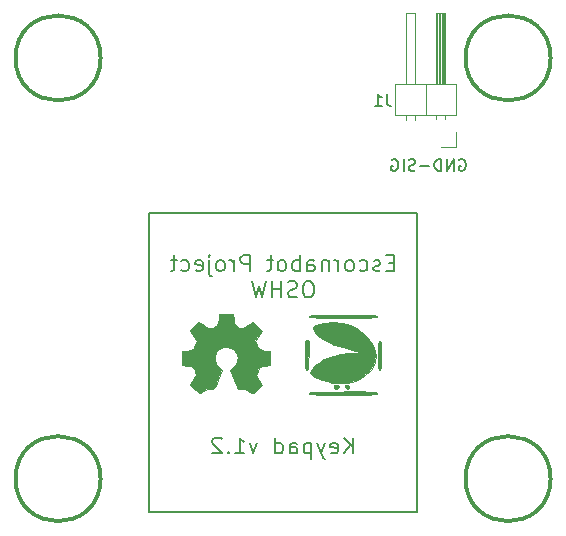
<source format=gbr>
G04 #@! TF.GenerationSoftware,KiCad,Pcbnew,(5.0.0-3-g5ebb6b6)*
G04 #@! TF.CreationDate,2018-08-14T19:07:29+02:00*
G04 #@! TF.ProjectId,TecladoEB,5465636C61646F45422E6B696361645F,rev?*
G04 #@! TF.SameCoordinates,Original*
G04 #@! TF.FileFunction,Legend,Bot*
G04 #@! TF.FilePolarity,Positive*
%FSLAX46Y46*%
G04 Gerber Fmt 4.6, Leading zero omitted, Abs format (unit mm)*
G04 Created by KiCad (PCBNEW (5.0.0-3-g5ebb6b6)) date Tuesday, 14 August 2018 at 19:07:29*
%MOMM*%
%LPD*%
G01*
G04 APERTURE LIST*
%ADD10C,0.200000*%
%ADD11C,0.350000*%
%ADD12C,0.120000*%
%ADD13C,0.010000*%
%ADD14C,0.150000*%
G04 APERTURE END LIST*
D10*
X112800000Y-144000000D02*
X112800000Y-118700000D01*
X135509427Y-144014000D02*
X112801600Y-144014000D01*
X135500000Y-118700000D02*
X135509200Y-144014000D01*
X112800000Y-118700000D02*
X135500000Y-118700000D01*
X130044285Y-139087514D02*
X130044285Y-137737514D01*
X129272857Y-139087514D02*
X129851428Y-138316085D01*
X129272857Y-137737514D02*
X130044285Y-138508942D01*
X128180000Y-139023228D02*
X128308571Y-139087514D01*
X128565714Y-139087514D01*
X128694285Y-139023228D01*
X128758571Y-138894657D01*
X128758571Y-138380371D01*
X128694285Y-138251800D01*
X128565714Y-138187514D01*
X128308571Y-138187514D01*
X128180000Y-138251800D01*
X128115714Y-138380371D01*
X128115714Y-138508942D01*
X128758571Y-138637514D01*
X127665714Y-138187514D02*
X127344285Y-139087514D01*
X127022857Y-138187514D02*
X127344285Y-139087514D01*
X127472857Y-139408942D01*
X127537142Y-139473228D01*
X127665714Y-139537514D01*
X126508571Y-138187514D02*
X126508571Y-139537514D01*
X126508571Y-138251800D02*
X126380000Y-138187514D01*
X126122857Y-138187514D01*
X125994285Y-138251800D01*
X125930000Y-138316085D01*
X125865714Y-138444657D01*
X125865714Y-138830371D01*
X125930000Y-138958942D01*
X125994285Y-139023228D01*
X126122857Y-139087514D01*
X126380000Y-139087514D01*
X126508571Y-139023228D01*
X124708571Y-139087514D02*
X124708571Y-138380371D01*
X124772857Y-138251800D01*
X124901428Y-138187514D01*
X125158571Y-138187514D01*
X125287142Y-138251800D01*
X124708571Y-139023228D02*
X124837142Y-139087514D01*
X125158571Y-139087514D01*
X125287142Y-139023228D01*
X125351428Y-138894657D01*
X125351428Y-138766085D01*
X125287142Y-138637514D01*
X125158571Y-138573228D01*
X124837142Y-138573228D01*
X124708571Y-138508942D01*
X123487142Y-139087514D02*
X123487142Y-137737514D01*
X123487142Y-139023228D02*
X123615714Y-139087514D01*
X123872857Y-139087514D01*
X124001428Y-139023228D01*
X124065714Y-138958942D01*
X124130000Y-138830371D01*
X124130000Y-138444657D01*
X124065714Y-138316085D01*
X124001428Y-138251800D01*
X123872857Y-138187514D01*
X123615714Y-138187514D01*
X123487142Y-138251800D01*
X121944285Y-138187514D02*
X121622857Y-139087514D01*
X121301428Y-138187514D01*
X120080000Y-139087514D02*
X120851428Y-139087514D01*
X120465714Y-139087514D02*
X120465714Y-137737514D01*
X120594285Y-137930371D01*
X120722857Y-138058942D01*
X120851428Y-138123228D01*
X119501428Y-138958942D02*
X119437142Y-139023228D01*
X119501428Y-139087514D01*
X119565714Y-139023228D01*
X119501428Y-138958942D01*
X119501428Y-139087514D01*
X118922857Y-137866085D02*
X118858571Y-137801800D01*
X118730000Y-137737514D01*
X118408571Y-137737514D01*
X118280000Y-137801800D01*
X118215714Y-137866085D01*
X118151428Y-137994657D01*
X118151428Y-138123228D01*
X118215714Y-138316085D01*
X118987142Y-139087514D01*
X118151428Y-139087514D01*
X133508971Y-122942271D02*
X133058971Y-122942271D01*
X132866114Y-123649414D02*
X133508971Y-123649414D01*
X133508971Y-122299414D01*
X132866114Y-122299414D01*
X132351828Y-123585128D02*
X132223257Y-123649414D01*
X131966114Y-123649414D01*
X131837542Y-123585128D01*
X131773257Y-123456557D01*
X131773257Y-123392271D01*
X131837542Y-123263700D01*
X131966114Y-123199414D01*
X132158971Y-123199414D01*
X132287542Y-123135128D01*
X132351828Y-123006557D01*
X132351828Y-122942271D01*
X132287542Y-122813700D01*
X132158971Y-122749414D01*
X131966114Y-122749414D01*
X131837542Y-122813700D01*
X130616114Y-123585128D02*
X130744685Y-123649414D01*
X131001828Y-123649414D01*
X131130400Y-123585128D01*
X131194685Y-123520842D01*
X131258971Y-123392271D01*
X131258971Y-123006557D01*
X131194685Y-122877985D01*
X131130400Y-122813700D01*
X131001828Y-122749414D01*
X130744685Y-122749414D01*
X130616114Y-122813700D01*
X129844685Y-123649414D02*
X129973257Y-123585128D01*
X130037542Y-123520842D01*
X130101828Y-123392271D01*
X130101828Y-123006557D01*
X130037542Y-122877985D01*
X129973257Y-122813700D01*
X129844685Y-122749414D01*
X129651828Y-122749414D01*
X129523257Y-122813700D01*
X129458971Y-122877985D01*
X129394685Y-123006557D01*
X129394685Y-123392271D01*
X129458971Y-123520842D01*
X129523257Y-123585128D01*
X129651828Y-123649414D01*
X129844685Y-123649414D01*
X128816114Y-123649414D02*
X128816114Y-122749414D01*
X128816114Y-123006557D02*
X128751828Y-122877985D01*
X128687542Y-122813700D01*
X128558971Y-122749414D01*
X128430400Y-122749414D01*
X127980400Y-122749414D02*
X127980400Y-123649414D01*
X127980400Y-122877985D02*
X127916114Y-122813700D01*
X127787542Y-122749414D01*
X127594685Y-122749414D01*
X127466114Y-122813700D01*
X127401828Y-122942271D01*
X127401828Y-123649414D01*
X126180400Y-123649414D02*
X126180400Y-122942271D01*
X126244685Y-122813700D01*
X126373257Y-122749414D01*
X126630400Y-122749414D01*
X126758971Y-122813700D01*
X126180400Y-123585128D02*
X126308971Y-123649414D01*
X126630400Y-123649414D01*
X126758971Y-123585128D01*
X126823257Y-123456557D01*
X126823257Y-123327985D01*
X126758971Y-123199414D01*
X126630400Y-123135128D01*
X126308971Y-123135128D01*
X126180400Y-123070842D01*
X125537542Y-123649414D02*
X125537542Y-122299414D01*
X125537542Y-122813700D02*
X125408971Y-122749414D01*
X125151828Y-122749414D01*
X125023257Y-122813700D01*
X124958971Y-122877985D01*
X124894685Y-123006557D01*
X124894685Y-123392271D01*
X124958971Y-123520842D01*
X125023257Y-123585128D01*
X125151828Y-123649414D01*
X125408971Y-123649414D01*
X125537542Y-123585128D01*
X124123257Y-123649414D02*
X124251828Y-123585128D01*
X124316114Y-123520842D01*
X124380400Y-123392271D01*
X124380400Y-123006557D01*
X124316114Y-122877985D01*
X124251828Y-122813700D01*
X124123257Y-122749414D01*
X123930400Y-122749414D01*
X123801828Y-122813700D01*
X123737542Y-122877985D01*
X123673257Y-123006557D01*
X123673257Y-123392271D01*
X123737542Y-123520842D01*
X123801828Y-123585128D01*
X123930400Y-123649414D01*
X124123257Y-123649414D01*
X123287542Y-122749414D02*
X122773257Y-122749414D01*
X123094685Y-122299414D02*
X123094685Y-123456557D01*
X123030400Y-123585128D01*
X122901828Y-123649414D01*
X122773257Y-123649414D01*
X121294685Y-123649414D02*
X121294685Y-122299414D01*
X120780400Y-122299414D01*
X120651828Y-122363700D01*
X120587542Y-122427985D01*
X120523257Y-122556557D01*
X120523257Y-122749414D01*
X120587542Y-122877985D01*
X120651828Y-122942271D01*
X120780400Y-123006557D01*
X121294685Y-123006557D01*
X119944685Y-123649414D02*
X119944685Y-122749414D01*
X119944685Y-123006557D02*
X119880400Y-122877985D01*
X119816114Y-122813700D01*
X119687542Y-122749414D01*
X119558971Y-122749414D01*
X118916114Y-123649414D02*
X119044685Y-123585128D01*
X119108971Y-123520842D01*
X119173257Y-123392271D01*
X119173257Y-123006557D01*
X119108971Y-122877985D01*
X119044685Y-122813700D01*
X118916114Y-122749414D01*
X118723257Y-122749414D01*
X118594685Y-122813700D01*
X118530400Y-122877985D01*
X118466114Y-123006557D01*
X118466114Y-123392271D01*
X118530400Y-123520842D01*
X118594685Y-123585128D01*
X118723257Y-123649414D01*
X118916114Y-123649414D01*
X117887542Y-122749414D02*
X117887542Y-123906557D01*
X117951828Y-124035128D01*
X118080400Y-124099414D01*
X118144685Y-124099414D01*
X117887542Y-122299414D02*
X117951828Y-122363700D01*
X117887542Y-122427985D01*
X117823257Y-122363700D01*
X117887542Y-122299414D01*
X117887542Y-122427985D01*
X116730400Y-123585128D02*
X116858971Y-123649414D01*
X117116114Y-123649414D01*
X117244685Y-123585128D01*
X117308971Y-123456557D01*
X117308971Y-122942271D01*
X117244685Y-122813700D01*
X117116114Y-122749414D01*
X116858971Y-122749414D01*
X116730400Y-122813700D01*
X116666114Y-122942271D01*
X116666114Y-123070842D01*
X117308971Y-123199414D01*
X115508971Y-123585128D02*
X115637542Y-123649414D01*
X115894685Y-123649414D01*
X116023257Y-123585128D01*
X116087542Y-123520842D01*
X116151828Y-123392271D01*
X116151828Y-123006557D01*
X116087542Y-122877985D01*
X116023257Y-122813700D01*
X115894685Y-122749414D01*
X115637542Y-122749414D01*
X115508971Y-122813700D01*
X115123257Y-122749414D02*
X114608971Y-122749414D01*
X114930400Y-122299414D02*
X114930400Y-123456557D01*
X114866114Y-123585128D01*
X114737542Y-123649414D01*
X114608971Y-123649414D01*
X126405400Y-124524414D02*
X126148257Y-124524414D01*
X126019685Y-124588700D01*
X125891114Y-124717271D01*
X125826828Y-124974414D01*
X125826828Y-125424414D01*
X125891114Y-125681557D01*
X126019685Y-125810128D01*
X126148257Y-125874414D01*
X126405400Y-125874414D01*
X126533971Y-125810128D01*
X126662542Y-125681557D01*
X126726828Y-125424414D01*
X126726828Y-124974414D01*
X126662542Y-124717271D01*
X126533971Y-124588700D01*
X126405400Y-124524414D01*
X125312542Y-125810128D02*
X125119685Y-125874414D01*
X124798257Y-125874414D01*
X124669685Y-125810128D01*
X124605400Y-125745842D01*
X124541114Y-125617271D01*
X124541114Y-125488700D01*
X124605400Y-125360128D01*
X124669685Y-125295842D01*
X124798257Y-125231557D01*
X125055400Y-125167271D01*
X125183971Y-125102985D01*
X125248257Y-125038700D01*
X125312542Y-124910128D01*
X125312542Y-124781557D01*
X125248257Y-124652985D01*
X125183971Y-124588700D01*
X125055400Y-124524414D01*
X124733971Y-124524414D01*
X124541114Y-124588700D01*
X123962542Y-125874414D02*
X123962542Y-124524414D01*
X123962542Y-125167271D02*
X123191114Y-125167271D01*
X123191114Y-125874414D02*
X123191114Y-124524414D01*
X122676828Y-124524414D02*
X122355400Y-125874414D01*
X122098257Y-124910128D01*
X121841114Y-125874414D01*
X121519685Y-124524414D01*
D11*
G04 #@! TO.C,REF\002A\002A*
X108680000Y-105600000D02*
G75*
G03X108680000Y-105600000I-3600000J0D01*
G01*
X146780000Y-105600000D02*
G75*
G03X146780000Y-105600000I-3600000J0D01*
G01*
X146780000Y-141220000D02*
G75*
G03X146780000Y-141220000I-3600000J0D01*
G01*
X108680000Y-141220000D02*
G75*
G03X108680000Y-141220000I-3600000J0D01*
G01*
D12*
G04 #@! TO.C,J1*
X138795000Y-110468400D02*
X133595000Y-110468400D01*
X133595000Y-110468400D02*
X133595000Y-107808400D01*
X133595000Y-107808400D02*
X138795000Y-107808400D01*
X138795000Y-107808400D02*
X138795000Y-110468400D01*
X137845000Y-107808400D02*
X137845000Y-101808400D01*
X137845000Y-101808400D02*
X137085000Y-101808400D01*
X137085000Y-101808400D02*
X137085000Y-107808400D01*
X137785000Y-107808400D02*
X137785000Y-101808400D01*
X137665000Y-107808400D02*
X137665000Y-101808400D01*
X137545000Y-107808400D02*
X137545000Y-101808400D01*
X137425000Y-107808400D02*
X137425000Y-101808400D01*
X137305000Y-107808400D02*
X137305000Y-101808400D01*
X137185000Y-107808400D02*
X137185000Y-101808400D01*
X137845000Y-110798400D02*
X137845000Y-110468400D01*
X137085000Y-110798400D02*
X137085000Y-110468400D01*
X136195000Y-110468400D02*
X136195000Y-107808400D01*
X135305000Y-107808400D02*
X135305000Y-101808400D01*
X135305000Y-101808400D02*
X134545000Y-101808400D01*
X134545000Y-101808400D02*
X134545000Y-107808400D01*
X135305000Y-110865471D02*
X135305000Y-110468400D01*
X134545000Y-110865471D02*
X134545000Y-110468400D01*
X137465000Y-113178400D02*
X138735000Y-113178400D01*
X138735000Y-113178400D02*
X138735000Y-111908400D01*
D13*
G04 #@! TO.C,G\002A\002A\002A*
G36*
X128427075Y-127343913D02*
X127797422Y-127346722D01*
X127304985Y-127352271D01*
X126933709Y-127361267D01*
X126667538Y-127374418D01*
X126490416Y-127392433D01*
X126386287Y-127416021D01*
X126339094Y-127445889D01*
X126331333Y-127470134D01*
X126348994Y-127504674D01*
X126412680Y-127532453D01*
X126538448Y-127554178D01*
X126742353Y-127570558D01*
X127040450Y-127582301D01*
X127448797Y-127590115D01*
X127983448Y-127594709D01*
X128660460Y-127596791D01*
X129210000Y-127597134D01*
X129992925Y-127596354D01*
X130622578Y-127593545D01*
X131115015Y-127587996D01*
X131486291Y-127579000D01*
X131752462Y-127565849D01*
X131929584Y-127547834D01*
X132033714Y-127524246D01*
X132080906Y-127494378D01*
X132088667Y-127470134D01*
X132071006Y-127435593D01*
X132007320Y-127407814D01*
X131881552Y-127386089D01*
X131677648Y-127369709D01*
X131379550Y-127357966D01*
X130971203Y-127350152D01*
X130436552Y-127345558D01*
X129759540Y-127343476D01*
X129210000Y-127343134D01*
X128427075Y-127343913D01*
X128427075Y-127343913D01*
G37*
X128427075Y-127343913D02*
X127797422Y-127346722D01*
X127304985Y-127352271D01*
X126933709Y-127361267D01*
X126667538Y-127374418D01*
X126490416Y-127392433D01*
X126386287Y-127416021D01*
X126339094Y-127445889D01*
X126331333Y-127470134D01*
X126348994Y-127504674D01*
X126412680Y-127532453D01*
X126538448Y-127554178D01*
X126742353Y-127570558D01*
X127040450Y-127582301D01*
X127448797Y-127590115D01*
X127983448Y-127594709D01*
X128660460Y-127596791D01*
X129210000Y-127597134D01*
X129992925Y-127596354D01*
X130622578Y-127593545D01*
X131115015Y-127587996D01*
X131486291Y-127579000D01*
X131752462Y-127565849D01*
X131929584Y-127547834D01*
X132033714Y-127524246D01*
X132080906Y-127494378D01*
X132088667Y-127470134D01*
X132071006Y-127435593D01*
X132007320Y-127407814D01*
X131881552Y-127386089D01*
X131677648Y-127369709D01*
X131379550Y-127357966D01*
X130971203Y-127350152D01*
X130436552Y-127345558D01*
X129759540Y-127343476D01*
X129210000Y-127343134D01*
X128427075Y-127343913D01*
G36*
X126102543Y-129466470D02*
X126054282Y-129503285D01*
X126022722Y-129595458D01*
X126004324Y-129768198D01*
X125995545Y-130046717D01*
X125992844Y-130456225D01*
X125992667Y-130729800D01*
X125994970Y-131226854D01*
X126003450Y-131578155D01*
X126020460Y-131807239D01*
X126048354Y-131937643D01*
X126089485Y-131992903D01*
X126119667Y-131999800D01*
X126234192Y-131965217D01*
X126249508Y-131936300D01*
X126281020Y-131225114D01*
X126304238Y-130665041D01*
X126318590Y-130238035D01*
X126323506Y-129926053D01*
X126318412Y-129711049D01*
X126302738Y-129574979D01*
X126275911Y-129499798D01*
X126237360Y-129467461D01*
X126186514Y-129459924D01*
X126171046Y-129459800D01*
X126102543Y-129466470D01*
X126102543Y-129466470D01*
G37*
X126102543Y-129466470D02*
X126054282Y-129503285D01*
X126022722Y-129595458D01*
X126004324Y-129768198D01*
X125995545Y-130046717D01*
X125992844Y-130456225D01*
X125992667Y-130729800D01*
X125994970Y-131226854D01*
X126003450Y-131578155D01*
X126020460Y-131807239D01*
X126048354Y-131937643D01*
X126089485Y-131992903D01*
X126119667Y-131999800D01*
X126234192Y-131965217D01*
X126249508Y-131936300D01*
X126281020Y-131225114D01*
X126304238Y-130665041D01*
X126318590Y-130238035D01*
X126323506Y-129926053D01*
X126318412Y-129711049D01*
X126302738Y-129574979D01*
X126275911Y-129499798D01*
X126237360Y-129467461D01*
X126186514Y-129459924D01*
X126171046Y-129459800D01*
X126102543Y-129466470D01*
G36*
X132249889Y-129567836D02*
X132214485Y-129653871D01*
X132191651Y-129826464D01*
X132178914Y-130109504D01*
X132173804Y-130526884D01*
X132173333Y-130772134D01*
X132175751Y-131259765D01*
X132184651Y-131602002D01*
X132202506Y-131822735D01*
X132231786Y-131945855D01*
X132274963Y-131995254D01*
X132300333Y-131999800D01*
X132350778Y-131976431D01*
X132386182Y-131890396D01*
X132409016Y-131717803D01*
X132421753Y-131434763D01*
X132426863Y-131017383D01*
X132427333Y-130772134D01*
X132424916Y-130284502D01*
X132416016Y-129942265D01*
X132398161Y-129721532D01*
X132368881Y-129598412D01*
X132325704Y-129549013D01*
X132300333Y-129544467D01*
X132249889Y-129567836D01*
X132249889Y-129567836D01*
G37*
X132249889Y-129567836D02*
X132214485Y-129653871D01*
X132191651Y-129826464D01*
X132178914Y-130109504D01*
X132173804Y-130526884D01*
X132173333Y-130772134D01*
X132175751Y-131259765D01*
X132184651Y-131602002D01*
X132202506Y-131822735D01*
X132231786Y-131945855D01*
X132274963Y-131995254D01*
X132300333Y-131999800D01*
X132350778Y-131976431D01*
X132386182Y-131890396D01*
X132409016Y-131717803D01*
X132421753Y-131434763D01*
X132426863Y-131017383D01*
X132427333Y-130772134D01*
X132424916Y-130284502D01*
X132416016Y-129942265D01*
X132398161Y-129721532D01*
X132368881Y-129598412D01*
X132325704Y-129549013D01*
X132300333Y-129544467D01*
X132249889Y-129567836D01*
G36*
X127632778Y-128000805D02*
X127194440Y-128112906D01*
X126901734Y-128222126D01*
X126740162Y-128315706D01*
X126676047Y-128416873D01*
X126670000Y-128474615D01*
X126751644Y-128746015D01*
X126986996Y-129029486D01*
X127361687Y-129316513D01*
X127861348Y-129598582D01*
X128471611Y-129867176D01*
X129178105Y-130113782D01*
X129678079Y-130257183D01*
X130776333Y-130547433D01*
X130131023Y-130553950D01*
X129612352Y-130592896D01*
X129025732Y-130690910D01*
X128429618Y-130833853D01*
X127882467Y-131007582D01*
X127442734Y-131197959D01*
X127421386Y-131209415D01*
X127147407Y-131388435D01*
X126874148Y-131615856D01*
X126637371Y-131855698D01*
X126472837Y-132071980D01*
X126416000Y-132220941D01*
X126493827Y-132367993D01*
X126705684Y-132532456D01*
X127019136Y-132700711D01*
X127401750Y-132859135D01*
X127821088Y-132994107D01*
X128244718Y-133092004D01*
X128596648Y-133136756D01*
X128978955Y-133145734D01*
X129372633Y-133130033D01*
X129614039Y-133103989D01*
X130178024Y-132955650D01*
X130712669Y-132704998D01*
X131187267Y-132375594D01*
X131571111Y-131990997D01*
X131833495Y-131574768D01*
X131915587Y-131338086D01*
X131975329Y-130757741D01*
X131869748Y-130200950D01*
X131598108Y-129666334D01*
X131159671Y-129152517D01*
X130553699Y-128658122D01*
X130437667Y-128578389D01*
X129796099Y-128240006D01*
X129087104Y-128026978D01*
X128352168Y-127945260D01*
X127632778Y-128000805D01*
X127632778Y-128000805D01*
G37*
X127632778Y-128000805D02*
X127194440Y-128112906D01*
X126901734Y-128222126D01*
X126740162Y-128315706D01*
X126676047Y-128416873D01*
X126670000Y-128474615D01*
X126751644Y-128746015D01*
X126986996Y-129029486D01*
X127361687Y-129316513D01*
X127861348Y-129598582D01*
X128471611Y-129867176D01*
X129178105Y-130113782D01*
X129678079Y-130257183D01*
X130776333Y-130547433D01*
X130131023Y-130553950D01*
X129612352Y-130592896D01*
X129025732Y-130690910D01*
X128429618Y-130833853D01*
X127882467Y-131007582D01*
X127442734Y-131197959D01*
X127421386Y-131209415D01*
X127147407Y-131388435D01*
X126874148Y-131615856D01*
X126637371Y-131855698D01*
X126472837Y-132071980D01*
X126416000Y-132220941D01*
X126493827Y-132367993D01*
X126705684Y-132532456D01*
X127019136Y-132700711D01*
X127401750Y-132859135D01*
X127821088Y-132994107D01*
X128244718Y-133092004D01*
X128596648Y-133136756D01*
X128978955Y-133145734D01*
X129372633Y-133130033D01*
X129614039Y-133103989D01*
X130178024Y-132955650D01*
X130712669Y-132704998D01*
X131187267Y-132375594D01*
X131571111Y-131990997D01*
X131833495Y-131574768D01*
X131915587Y-131338086D01*
X131975329Y-130757741D01*
X131869748Y-130200950D01*
X131598108Y-129666334D01*
X131159671Y-129152517D01*
X130553699Y-128658122D01*
X130437667Y-128578389D01*
X129796099Y-128240006D01*
X129087104Y-128026978D01*
X128352168Y-127945260D01*
X127632778Y-128000805D01*
G36*
X129407163Y-133329669D02*
X129379333Y-133439134D01*
X129439202Y-133580638D01*
X129548667Y-133608467D01*
X129690171Y-133548598D01*
X129718000Y-133439134D01*
X129658132Y-133297629D01*
X129548667Y-133269800D01*
X129407163Y-133329669D01*
X129407163Y-133329669D01*
G37*
X129407163Y-133329669D02*
X129379333Y-133439134D01*
X129439202Y-133580638D01*
X129548667Y-133608467D01*
X129690171Y-133548598D01*
X129718000Y-133439134D01*
X129658132Y-133297629D01*
X129548667Y-133269800D01*
X129407163Y-133329669D01*
G36*
X128477776Y-133313257D02*
X128463278Y-133453668D01*
X128537255Y-133630972D01*
X128664335Y-133661599D01*
X128781249Y-133572662D01*
X128843100Y-133412297D01*
X128757442Y-133300044D01*
X128606448Y-133269800D01*
X128477776Y-133313257D01*
X128477776Y-133313257D01*
G37*
X128477776Y-133313257D02*
X128463278Y-133453668D01*
X128537255Y-133630972D01*
X128664335Y-133661599D01*
X128781249Y-133572662D01*
X128843100Y-133412297D01*
X128757442Y-133300044D01*
X128606448Y-133269800D01*
X128477776Y-133313257D01*
G36*
X129683184Y-133838625D02*
X128893045Y-133842889D01*
X127948637Y-133849737D01*
X127834167Y-133850634D01*
X127287191Y-133856812D01*
X126887805Y-133866794D01*
X126614274Y-133882589D01*
X126444865Y-133906204D01*
X126357843Y-133939647D01*
X126331475Y-133984926D01*
X126331333Y-133989467D01*
X126348994Y-134024008D01*
X126412680Y-134051786D01*
X126538448Y-134073512D01*
X126742353Y-134089891D01*
X127040450Y-134101634D01*
X127448797Y-134109448D01*
X127983448Y-134114042D01*
X128660460Y-134116124D01*
X129210000Y-134116467D01*
X129992925Y-134115688D01*
X130622578Y-134112878D01*
X131115015Y-134107329D01*
X131486291Y-134098334D01*
X131752462Y-134085182D01*
X131929584Y-134067167D01*
X132033714Y-134043579D01*
X132080906Y-134013711D01*
X132088667Y-133989467D01*
X132077041Y-133950580D01*
X132033127Y-133918256D01*
X131943372Y-133892054D01*
X131794222Y-133871531D01*
X131572124Y-133856245D01*
X131263525Y-133845754D01*
X130854871Y-133839615D01*
X130332608Y-133837386D01*
X129683184Y-133838625D01*
X129683184Y-133838625D01*
G37*
X129683184Y-133838625D02*
X128893045Y-133842889D01*
X127948637Y-133849737D01*
X127834167Y-133850634D01*
X127287191Y-133856812D01*
X126887805Y-133866794D01*
X126614274Y-133882589D01*
X126444865Y-133906204D01*
X126357843Y-133939647D01*
X126331475Y-133984926D01*
X126331333Y-133989467D01*
X126348994Y-134024008D01*
X126412680Y-134051786D01*
X126538448Y-134073512D01*
X126742353Y-134089891D01*
X127040450Y-134101634D01*
X127448797Y-134109448D01*
X127983448Y-134114042D01*
X128660460Y-134116124D01*
X129210000Y-134116467D01*
X129992925Y-134115688D01*
X130622578Y-134112878D01*
X131115015Y-134107329D01*
X131486291Y-134098334D01*
X131752462Y-134085182D01*
X131929584Y-134067167D01*
X132033714Y-134043579D01*
X132080906Y-134013711D01*
X132088667Y-133989467D01*
X132077041Y-133950580D01*
X132033127Y-133918256D01*
X131943372Y-133892054D01*
X131794222Y-133871531D01*
X131572124Y-133856245D01*
X131263525Y-133845754D01*
X130854871Y-133839615D01*
X130332608Y-133837386D01*
X129683184Y-133838625D01*
G36*
X118671354Y-127707015D02*
X118618545Y-128015687D01*
X118543845Y-128206059D01*
X118414112Y-128328792D01*
X118196206Y-128434546D01*
X118195112Y-128435003D01*
X118026059Y-128497956D01*
X117894641Y-128505957D01*
X117747055Y-128445690D01*
X117529503Y-128303839D01*
X117454460Y-128251687D01*
X117012429Y-127943599D01*
X116618897Y-128337131D01*
X116225364Y-128730663D01*
X116837324Y-129604841D01*
X116694829Y-129913320D01*
X116582398Y-130136731D01*
X116470649Y-130264601D01*
X116305307Y-130333278D01*
X116032097Y-130379110D01*
X115991159Y-130384579D01*
X115578667Y-130439298D01*
X115578667Y-131599288D01*
X116039423Y-131656856D01*
X116306893Y-131697242D01*
X116460982Y-131759039D01*
X116556693Y-131881578D01*
X116643044Y-132088508D01*
X116785908Y-132462593D01*
X116261410Y-133268903D01*
X116615000Y-133629184D01*
X116818342Y-133822073D01*
X116983034Y-133952819D01*
X117058308Y-133989466D01*
X117177706Y-133945081D01*
X117374482Y-133833080D01*
X117469100Y-133771290D01*
X117696305Y-133636848D01*
X117867555Y-133600208D01*
X118025054Y-133634994D01*
X118129761Y-133666191D01*
X118210365Y-133657539D01*
X118285651Y-133584326D01*
X118374401Y-133421842D01*
X118495402Y-133145376D01*
X118613371Y-132861062D01*
X118966808Y-132005250D01*
X118714109Y-131807483D01*
X118459547Y-131518158D01*
X118341985Y-131184807D01*
X118349843Y-130841802D01*
X118471543Y-130523518D01*
X118695504Y-130264327D01*
X119010150Y-130098604D01*
X119304000Y-130056315D01*
X119683090Y-130130831D01*
X119989229Y-130332169D01*
X120197152Y-130627010D01*
X120281592Y-130982038D01*
X120241575Y-131292688D01*
X120108949Y-131561666D01*
X119913307Y-131791594D01*
X119893892Y-131807483D01*
X119641192Y-132005250D01*
X119994630Y-132861062D01*
X120150581Y-133235156D01*
X120260724Y-133477432D01*
X120343842Y-133612600D01*
X120418721Y-133665371D01*
X120504145Y-133660456D01*
X120582947Y-133634994D01*
X120761485Y-133600023D01*
X120936037Y-133648159D01*
X121138900Y-133771290D01*
X121350688Y-133902801D01*
X121511090Y-133980501D01*
X121549693Y-133989466D01*
X121653043Y-133933102D01*
X121828959Y-133787031D01*
X121993000Y-133629184D01*
X122346590Y-133268903D01*
X121822092Y-132462593D01*
X121964956Y-132088508D01*
X122056035Y-131872495D01*
X122153550Y-131754368D01*
X122312502Y-131694796D01*
X122568577Y-131656856D01*
X123029333Y-131599288D01*
X123029333Y-130439298D01*
X122616842Y-130384579D01*
X122327689Y-130339044D01*
X122152669Y-130274859D01*
X122037505Y-130155676D01*
X121927923Y-129945148D01*
X121913172Y-129913320D01*
X121770676Y-129604841D01*
X122382636Y-128730663D01*
X121991165Y-128339193D01*
X121599695Y-127947722D01*
X121144837Y-128249730D01*
X120893491Y-128411122D01*
X120728381Y-128489360D01*
X120596326Y-128497391D01*
X120444142Y-128448165D01*
X120401889Y-128430605D01*
X120189140Y-128326234D01*
X120062187Y-128203555D01*
X119988581Y-128012103D01*
X119936646Y-127707015D01*
X119880777Y-127300800D01*
X118727223Y-127300800D01*
X118671354Y-127707015D01*
X118671354Y-127707015D01*
G37*
X118671354Y-127707015D02*
X118618545Y-128015687D01*
X118543845Y-128206059D01*
X118414112Y-128328792D01*
X118196206Y-128434546D01*
X118195112Y-128435003D01*
X118026059Y-128497956D01*
X117894641Y-128505957D01*
X117747055Y-128445690D01*
X117529503Y-128303839D01*
X117454460Y-128251687D01*
X117012429Y-127943599D01*
X116618897Y-128337131D01*
X116225364Y-128730663D01*
X116837324Y-129604841D01*
X116694829Y-129913320D01*
X116582398Y-130136731D01*
X116470649Y-130264601D01*
X116305307Y-130333278D01*
X116032097Y-130379110D01*
X115991159Y-130384579D01*
X115578667Y-130439298D01*
X115578667Y-131599288D01*
X116039423Y-131656856D01*
X116306893Y-131697242D01*
X116460982Y-131759039D01*
X116556693Y-131881578D01*
X116643044Y-132088508D01*
X116785908Y-132462593D01*
X116261410Y-133268903D01*
X116615000Y-133629184D01*
X116818342Y-133822073D01*
X116983034Y-133952819D01*
X117058308Y-133989466D01*
X117177706Y-133945081D01*
X117374482Y-133833080D01*
X117469100Y-133771290D01*
X117696305Y-133636848D01*
X117867555Y-133600208D01*
X118025054Y-133634994D01*
X118129761Y-133666191D01*
X118210365Y-133657539D01*
X118285651Y-133584326D01*
X118374401Y-133421842D01*
X118495402Y-133145376D01*
X118613371Y-132861062D01*
X118966808Y-132005250D01*
X118714109Y-131807483D01*
X118459547Y-131518158D01*
X118341985Y-131184807D01*
X118349843Y-130841802D01*
X118471543Y-130523518D01*
X118695504Y-130264327D01*
X119010150Y-130098604D01*
X119304000Y-130056315D01*
X119683090Y-130130831D01*
X119989229Y-130332169D01*
X120197152Y-130627010D01*
X120281592Y-130982038D01*
X120241575Y-131292688D01*
X120108949Y-131561666D01*
X119913307Y-131791594D01*
X119893892Y-131807483D01*
X119641192Y-132005250D01*
X119994630Y-132861062D01*
X120150581Y-133235156D01*
X120260724Y-133477432D01*
X120343842Y-133612600D01*
X120418721Y-133665371D01*
X120504145Y-133660456D01*
X120582947Y-133634994D01*
X120761485Y-133600023D01*
X120936037Y-133648159D01*
X121138900Y-133771290D01*
X121350688Y-133902801D01*
X121511090Y-133980501D01*
X121549693Y-133989466D01*
X121653043Y-133933102D01*
X121828959Y-133787031D01*
X121993000Y-133629184D01*
X122346590Y-133268903D01*
X121822092Y-132462593D01*
X121964956Y-132088508D01*
X122056035Y-131872495D01*
X122153550Y-131754368D01*
X122312502Y-131694796D01*
X122568577Y-131656856D01*
X123029333Y-131599288D01*
X123029333Y-130439298D01*
X122616842Y-130384579D01*
X122327689Y-130339044D01*
X122152669Y-130274859D01*
X122037505Y-130155676D01*
X121927923Y-129945148D01*
X121913172Y-129913320D01*
X121770676Y-129604841D01*
X122382636Y-128730663D01*
X121991165Y-128339193D01*
X121599695Y-127947722D01*
X121144837Y-128249730D01*
X120893491Y-128411122D01*
X120728381Y-128489360D01*
X120596326Y-128497391D01*
X120444142Y-128448165D01*
X120401889Y-128430605D01*
X120189140Y-128326234D01*
X120062187Y-128203555D01*
X119988581Y-128012103D01*
X119936646Y-127707015D01*
X119880777Y-127300800D01*
X118727223Y-127300800D01*
X118671354Y-127707015D01*
G04 #@! TO.C,J1*
D14*
X132896133Y-108642980D02*
X132896133Y-109357266D01*
X132943752Y-109500123D01*
X133038990Y-109595361D01*
X133181847Y-109642980D01*
X133277085Y-109642980D01*
X131896133Y-109642980D02*
X132467561Y-109642980D01*
X132181847Y-109642980D02*
X132181847Y-108642980D01*
X132277085Y-108785838D01*
X132372323Y-108881076D01*
X132467561Y-108928695D01*
X139044238Y-114202400D02*
X139139476Y-114154780D01*
X139282333Y-114154780D01*
X139425190Y-114202400D01*
X139520428Y-114297638D01*
X139568047Y-114392876D01*
X139615666Y-114583352D01*
X139615666Y-114726209D01*
X139568047Y-114916685D01*
X139520428Y-115011923D01*
X139425190Y-115107161D01*
X139282333Y-115154780D01*
X139187095Y-115154780D01*
X139044238Y-115107161D01*
X138996619Y-115059542D01*
X138996619Y-114726209D01*
X139187095Y-114726209D01*
X138568047Y-115154780D02*
X138568047Y-114154780D01*
X137996619Y-115154780D01*
X137996619Y-114154780D01*
X137520428Y-115154780D02*
X137520428Y-114154780D01*
X137282333Y-114154780D01*
X137139476Y-114202400D01*
X137044238Y-114297638D01*
X136996619Y-114392876D01*
X136949000Y-114583352D01*
X136949000Y-114726209D01*
X136996619Y-114916685D01*
X137044238Y-115011923D01*
X137139476Y-115107161D01*
X137282333Y-115154780D01*
X137520428Y-115154780D01*
X136520428Y-114773828D02*
X135758523Y-114773828D01*
X135329952Y-115107161D02*
X135187095Y-115154780D01*
X134949000Y-115154780D01*
X134853761Y-115107161D01*
X134806142Y-115059542D01*
X134758523Y-114964304D01*
X134758523Y-114869066D01*
X134806142Y-114773828D01*
X134853761Y-114726209D01*
X134949000Y-114678590D01*
X135139476Y-114630971D01*
X135234714Y-114583352D01*
X135282333Y-114535733D01*
X135329952Y-114440495D01*
X135329952Y-114345257D01*
X135282333Y-114250019D01*
X135234714Y-114202400D01*
X135139476Y-114154780D01*
X134901380Y-114154780D01*
X134758523Y-114202400D01*
X134329952Y-115154780D02*
X134329952Y-114154780D01*
X133329952Y-114202400D02*
X133425190Y-114154780D01*
X133568047Y-114154780D01*
X133710904Y-114202400D01*
X133806142Y-114297638D01*
X133853761Y-114392876D01*
X133901380Y-114583352D01*
X133901380Y-114726209D01*
X133853761Y-114916685D01*
X133806142Y-115011923D01*
X133710904Y-115107161D01*
X133568047Y-115154780D01*
X133472809Y-115154780D01*
X133329952Y-115107161D01*
X133282333Y-115059542D01*
X133282333Y-114726209D01*
X133472809Y-114726209D01*
G04 #@! TD*
M02*

</source>
